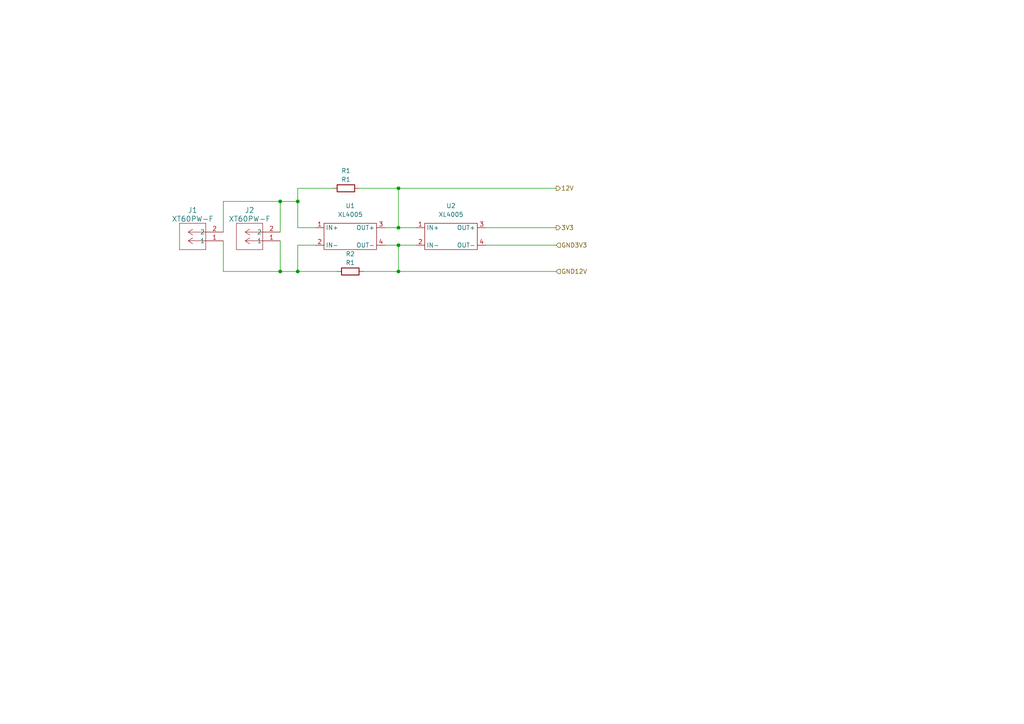
<source format=kicad_sch>
(kicad_sch (version 20211123) (generator eeschema)
  (paper "A4")
  (title_block (title "First pcb for quadruped robot v3") (date "2024-02-06") (rev "0") (company "By Andrey Shefa"))
  (lib_symbols
    (symbol "Device:R" (pin_numbers hide) (pin_names (offset 0))
      (property "Reference" "R" (at 2.032 0 90))
      (property "Value" "R" (at 0 0 90))
      (symbol "R_0_1"
        (rectangle (start -1.016 -2.54) (end 1.016 2.54) (stroke (width 0.254)))
      )
      (symbol "R_1_1"
        (pin passive line (at 0 3.81 270) (length 1.27) (name "~") (number "1"))
        (pin passive line (at 0 -3.81 90) (length 1.27) (name "~") (number "2"))
      )
    )
    (symbol "XL4005_1"
      (property "Reference" "U" (at 0 0 0))
      (property "Value" "XL4005_1" (at 0 0 0))
      (symbol "XL4005_1_0_1"
        (rectangle (start -7.62 -2.54) (end 7.62 -10.16))
      )
      (symbol "XL4005_1_1_1"
        (pin passive line (at -10.16 -3.81 0) (length 2.54) (name "IN+") (number "1"))
        (pin passive line (at -10.16 -8.89 0) (length 2.54) (name "IN-") (number "2"))
        (pin passive line (at 10.16 -3.81 180) (length 2.54) (name "OUT+") (number "3"))
        (pin passive line (at 10.16 -8.89 180) (length 2.54) (name "OUT-") (number "4"))
      )
    )
    (symbol "library:XL4005"
      (property "Reference" "U" (at 0 0 0))
      (property "Value" "XL4005" (at 0 0 0))
      (symbol "XL4005_0_1"
        (rectangle (start -7.62 -2.54) (end 7.62 -10.16))
      )
      (symbol "XL4005_1_1"
        (pin passive line (at -10.16 -3.81 0) (length 2.54) (name "IN+") (number "1"))
        (pin passive line (at -10.16 -8.89 0) (length 2.54) (name "IN-") (number "2"))
        (pin passive line (at 10.16 -3.81 180) (length 2.54) (name "OUT+") (number "3"))
        (pin passive line (at 10.16 -8.89 180) (length 2.54) (name "OUT-") (number "4"))
      )
    )
    (symbol "library:XT60PW-F" (pin_names (offset 0.254))
      (property "Reference" "J" (at 8.89 6.35 0))
      (property "Value" "XT60PW-F" (at 0 0 0))
      (symbol "XT60PW-F_1_1"
        (polyline (pts (xy 5.08 -5.08) (xy 12.7 -5.08)) (stroke (width 0.127)))
        (polyline (pts (xy 5.08 2.54) (xy 5.08 -5.08)) (stroke (width 0.127)))
        (polyline (pts (xy 10.16 -2.54) (xy 5.08 -2.54)) (stroke (width 0.127)))
        (polyline (pts (xy 10.16 -2.54) (xy 8.89 -3.3867)) (stroke (width 0.127)))
        (polyline (pts (xy 10.16 -2.54) (xy 8.89 -1.6933)) (stroke (width 0.127)))
        (polyline (pts (xy 10.16 0) (xy 5.08 0)) (stroke (width 0.127)))
        (polyline (pts (xy 10.16 0) (xy 8.89 -0.8467)) (stroke (width 0.127)))
        (polyline (pts (xy 10.16 0) (xy 8.89 0.8467)) (stroke (width 0.127)))
        (polyline (pts (xy 12.7 -5.08) (xy 12.7 2.54)) (stroke (width 0.127)))
        (polyline (pts (xy 12.7 2.54) (xy 5.08 2.54)) (stroke (width 0.127)))
        (pin unspecified line (at 0 0 0) (length 5.08) (name "1") (number "1"))
        (pin unspecified line (at 0 -2.54 0) (length 5.08) (name "2") (number "2"))
      )
      (symbol "XT60PW-F_1_2"
        (polyline (pts (xy 5.08 -5.08) (xy 12.7 -5.08)) (stroke (width 0.127)))
        (polyline (pts (xy 5.08 2.54) (xy 5.08 -5.08)) (stroke (width 0.127)))
        (polyline (pts (xy 7.62 -2.54) (xy 5.08 -2.54)) (stroke (width 0.127)))
        (polyline (pts (xy 7.62 -2.54) (xy 8.89 -3.3867)) (stroke (width 0.127)))
        (polyline (pts (xy 7.62 -2.54) (xy 8.89 -1.6933)) (stroke (width 0.127)))
        (polyline (pts (xy 7.62 0) (xy 5.08 0)) (stroke (width 0.127)))
        (polyline (pts (xy 7.62 0) (xy 8.89 -0.8467)) (stroke (width 0.127)))
        (polyline (pts (xy 7.62 0) (xy 8.89 0.8467)) (stroke (width 0.127)))
        (polyline (pts (xy 12.7 -5.08) (xy 12.7 2.54)) (stroke (width 0.127)))
        (polyline (pts (xy 12.7 2.54) (xy 5.08 2.54)) (stroke (width 0.127)))
        (pin unspecified line (at 0 0 0) (length 5.08) (name "1") (number "1"))
        (pin unspecified line (at 0 -2.54 0) (length 5.08) (name "2") (number "2"))
      )
    )
  )
  (junction (at 115.57 66.04))
  (junction (at 81.28 78.74))
  (junction (at 86.36 78.74))
  (junction (at 115.57 78.74))
  (junction (at 115.57 71.12))
  (junction (at 81.28 58.42))
  (junction (at 86.36 58.42))
  (junction (at 115.57 54.61))
  (wire (pts (xy 81.28 58.42) (xy 81.28 67.31)))
  (wire (pts (xy 91.44 66.04) (xy 86.36 66.04)))
  (wire (pts (xy 105.41 78.74) (xy 115.57 78.74)))
  (wire (pts (xy 161.29 78.74) (xy 115.57 78.74)))
  (wire (pts (xy 96.52 54.61) (xy 86.36 54.61)))
  (wire (pts (xy 115.57 71.12) (xy 120.65 71.12)))
  (wire (pts (xy 64.77 58.42) (xy 64.77 67.31)))
  (wire (pts (xy 86.36 78.74) (xy 97.79 78.74)))
  (wire (pts (xy 81.28 78.74) (xy 86.36 78.74)))
  (wire (pts (xy 91.44 71.12) (xy 86.36 71.12)))
  (wire (pts (xy 81.28 58.42) (xy 86.36 58.42)))
  (wire (pts (xy 115.57 78.74) (xy 115.57 71.12)))
  (wire (pts (xy 86.36 71.12) (xy 86.36 78.74)))
  (wire (pts (xy 104.14 54.61) (xy 115.57 54.61)))
  (wire (pts (xy 81.28 69.85) (xy 81.28 78.74)))
  (wire (pts (xy 140.97 71.12) (xy 161.29 71.12)))
  (wire (pts (xy 64.77 58.42) (xy 81.28 58.42)))
  (wire (pts (xy 64.77 78.74) (xy 81.28 78.74)))
  (wire (pts (xy 86.36 54.61) (xy 86.36 58.42)))
  (wire (pts (xy 140.97 66.04) (xy 161.29 66.04)))
  (wire (pts (xy 161.29 54.61) (xy 115.57 54.61)))
  (wire (pts (xy 86.36 58.42) (xy 86.36 66.04)))
  (wire (pts (xy 111.76 66.04) (xy 115.57 66.04)))
  (wire (pts (xy 111.76 71.12) (xy 115.57 71.12)))
  (wire (pts (xy 115.57 66.04) (xy 120.65 66.04)))
  (wire (pts (xy 64.77 69.85) (xy 64.77 78.74)))
  (wire (pts (xy 115.57 54.61) (xy 115.57 66.04)))
  (hierarchical_label "GND12V" (shape input) (at 161.29 78.74 0))
  (hierarchical_label "GND3V3" (shape input) (at 161.29 71.12 0))
  (hierarchical_label "12V" (shape output) (at 161.29 54.61 0))
  (hierarchical_label "3V3" (shape output) (at 161.29 66.04 0))
  (symbol (lib_id "library:XT60PW-F") (at 81.28 69.85 180) (unit 1)
    (property "Reference" "J2" (at 72.39 60.96 0) (effects (font (size 1.524 1.524))))
    (property "Value" "XT60PW-F" (at 72.39 63.5 0) (effects (font (size 1.524 1.524))))
    (property "Footprint" "quadruped-lib-footprints:CONN_XT60PW-F_AMA" (effects hide))
    (property "Datasheet" "XT60PW-F" (effects hide))
  )
  (symbol (lib_id "library:XL4005") (at 130.81 62.23 0) (unit 1)
    (property "Reference" "U2" (at 130.81 59.69 0))
    (property "Value" "XL4005" (at 130.81 62.23 0))
    (property "Footprint" "quadruped-lib-footprints:XL4005_DC-DC" (effects hide))
  )
  (symbol (lib_name "XL4005_1") (lib_id "library:XL4005") (at 101.6 62.23 0) (unit 1)
    (property "Reference" "U1" (at 101.6 59.69 0))
    (property "Value" "XL4005" (at 101.6 62.23 0))
    (property "Footprint" "quadruped-lib-footprints:XL4005_DC-DC" (effects hide))
  )
  (symbol (lib_id "library:XT60PW-F") (at 64.77 69.85 180) (unit 1)
    (property "Reference" "J1" (at 55.88 60.96 0) (effects (font (size 1.524 1.524))))
    (property "Value" "XT60PW-F" (at 55.88 63.5 0) (effects (font (size 1.524 1.524))))
    (property "Footprint" "quadruped-lib-footprints:CONN_XT60PW-F_AMA" (effects hide))
    (property "Datasheet" "XT60PW-F" (effects hide))
  )
  (symbol (lib_id "Device:R") (at 100.33 54.61 90) (unit 1)
    (property "Reference" "R1" (at 100.33 49.53 90))
    (property "Value" "R1" (at 100.33 52.07 90))
    (property "Footprint" "Resistor_THT:R_Axial_DIN0207_L6.3mm_D2.5mm_P10.16mm_Horizontal" (effects hide))
  )
  (symbol (lib_id "Device:R") (at 101.6 78.74 90) (unit 1)
    (property "Reference" "R2" (at 101.6 73.66 90))
    (property "Value" "R1" (at 101.6 76.2 90))
    (property "Footprint" "Resistor_THT:R_Axial_DIN0207_L6.3mm_D2.5mm_P10.16mm_Horizontal" (effects hide))
  )
)
</source>
